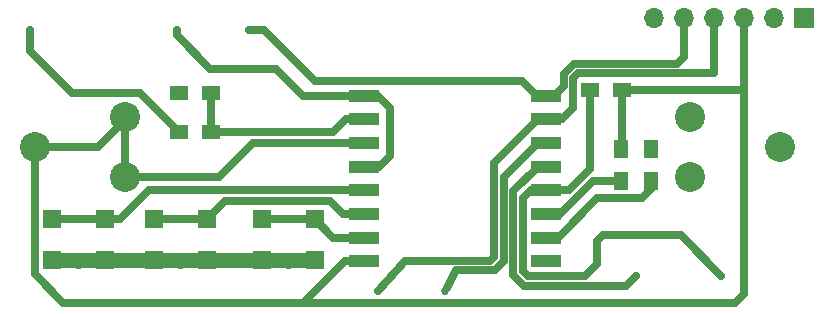
<source format=gtl>
G04 #@! TF.FileFunction,Copper,L1,Top,Signal*
%FSLAX46Y46*%
G04 Gerber Fmt 4.6, Leading zero omitted, Abs format (unit mm)*
G04 Created by KiCad (PCBNEW 4.0.6) date Mon Aug 21 13:19:59 2017*
%MOMM*%
%LPD*%
G01*
G04 APERTURE LIST*
%ADD10C,0.100000*%
%ADD11R,2.500000X1.100000*%
%ADD12R,1.500000X1.500000*%
%ADD13R,1.700000X1.700000*%
%ADD14O,1.700000X1.700000*%
%ADD15R,1.500000X1.300000*%
%ADD16R,1.300000X1.500000*%
%ADD17C,2.540000*%
%ADD18C,0.685800*%
%ADD19C,0.635000*%
%ADD20C,1.270000*%
G04 APERTURE END LIST*
D10*
D11*
X184212000Y-35052000D03*
X184212000Y-37052000D03*
X184212000Y-39052000D03*
X184212000Y-41052000D03*
X184212000Y-43052000D03*
X184212000Y-45052000D03*
X184212000Y-47052000D03*
X184212000Y-49052000D03*
X199612000Y-49052000D03*
X199612000Y-47052000D03*
X199612000Y-45052000D03*
X199612000Y-43052000D03*
X199612000Y-41052000D03*
X199612000Y-39052000D03*
X199612000Y-37052000D03*
X199612000Y-35052000D03*
D12*
X170881000Y-48994000D03*
X166431000Y-48994000D03*
X170881000Y-45494000D03*
X166431000Y-45494000D03*
X162245000Y-48994000D03*
X157795000Y-48994000D03*
X162245000Y-45494000D03*
X157795000Y-45494000D03*
X180025000Y-48994000D03*
X175575000Y-48994000D03*
X180025000Y-45494000D03*
X175575000Y-45494000D03*
D13*
X221488000Y-28448000D03*
D14*
X218948000Y-28448000D03*
X216408000Y-28448000D03*
X213868000Y-28448000D03*
X211328000Y-28448000D03*
X208788000Y-28448000D03*
D15*
X171276000Y-38100000D03*
X168576000Y-38100000D03*
X171276000Y-34798000D03*
X168576000Y-34798000D03*
D16*
X205994000Y-39544000D03*
X205994000Y-42244000D03*
D15*
X203374000Y-34544000D03*
X206074000Y-34544000D03*
D16*
X208534000Y-42244000D03*
X208534000Y-39544000D03*
D17*
X156340000Y-39370000D03*
X163960000Y-41910000D03*
X163960000Y-36830000D03*
X219460000Y-39370000D03*
X211840000Y-36830000D03*
X211840000Y-41910000D03*
D18*
X198882000Y-49022000D03*
X168402000Y-34798000D03*
X177800000Y-49022000D03*
X168656000Y-49022000D03*
X160020000Y-49022000D03*
X208534000Y-39370000D03*
X155956000Y-29464000D03*
X168354000Y-29464000D03*
X185420000Y-51562000D03*
X174498000Y-29464000D03*
X191096000Y-51566000D03*
X207264000Y-50292000D03*
X214424000Y-50292000D03*
D19*
X163960000Y-41910000D02*
X171958000Y-41910000D01*
X171958000Y-41910000D02*
X174816000Y-39052000D01*
X174816000Y-39052000D02*
X184912000Y-39052000D01*
X184912000Y-49052000D02*
X182596000Y-49052000D01*
X182596000Y-49052000D02*
X179070000Y-52578000D01*
X206074000Y-34544000D02*
X216408000Y-34544000D01*
X216408000Y-34544000D02*
X216408000Y-34214000D01*
X156340000Y-39370000D02*
X156340000Y-50168000D01*
X216408000Y-36068000D02*
X216408000Y-34214000D01*
X156340000Y-50168000D02*
X158750000Y-52578000D01*
X158750000Y-52578000D02*
X179070000Y-52578000D01*
X179070000Y-52578000D02*
X215646000Y-52578000D01*
X215646000Y-52578000D02*
X216408000Y-51816000D01*
X216408000Y-51816000D02*
X216408000Y-36068000D01*
X216408000Y-34214000D02*
X216408000Y-28448000D01*
X206074000Y-34544000D02*
X206074000Y-39464000D01*
X206074000Y-39464000D02*
X205994000Y-39544000D01*
X156340000Y-39370000D02*
X156340000Y-39748000D01*
X156340000Y-39370000D02*
X161674000Y-39370000D01*
X161674000Y-39370000D02*
X163960000Y-37084000D01*
X163960000Y-37084000D02*
X163960000Y-41910000D01*
D20*
X180025000Y-48994000D02*
X177828000Y-48994000D01*
X177772000Y-48994000D02*
X177800000Y-49022000D01*
X177772000Y-48994000D02*
X175575000Y-48994000D01*
X177828000Y-48994000D02*
X177800000Y-49022000D01*
X170881000Y-48994000D02*
X175575000Y-48994000D01*
X170881000Y-48994000D02*
X168684000Y-48994000D01*
X168628000Y-48994000D02*
X168656000Y-49022000D01*
X168628000Y-48994000D02*
X166431000Y-48994000D01*
X168684000Y-48994000D02*
X168656000Y-49022000D01*
X162245000Y-48994000D02*
X166431000Y-48994000D01*
X162245000Y-48994000D02*
X160048000Y-48994000D01*
X159992000Y-48994000D02*
X157795000Y-48994000D01*
X159992000Y-48994000D02*
X160020000Y-49022000D01*
X160048000Y-48994000D02*
X160020000Y-49022000D01*
D19*
X184912000Y-45052000D02*
X182466000Y-45052000D01*
X172433000Y-43942000D02*
X170881000Y-45494000D01*
X181356000Y-43942000D02*
X172433000Y-43942000D01*
X182466000Y-45052000D02*
X181356000Y-43942000D01*
X166431000Y-45494000D02*
X170881000Y-45494000D01*
X162245000Y-45494000D02*
X163548000Y-45494000D01*
X165990000Y-43052000D02*
X184912000Y-43052000D01*
X163548000Y-45494000D02*
X165990000Y-43052000D01*
X157795000Y-45494000D02*
X162245000Y-45494000D01*
X175575000Y-45494000D02*
X180025000Y-45494000D01*
X180025000Y-45494000D02*
X181583000Y-47052000D01*
X181583000Y-47052000D02*
X184912000Y-47052000D01*
X168576000Y-38100000D02*
X165274000Y-34798000D01*
X159512000Y-34798000D02*
X165274000Y-34798000D01*
X155956000Y-31242000D02*
X159512000Y-34798000D01*
X155956000Y-31242000D02*
X155956000Y-29464000D01*
X184912000Y-35052000D02*
X181864000Y-35052000D01*
X179578000Y-35052000D02*
X181864000Y-35052000D01*
X179070000Y-35052000D02*
X179578000Y-35052000D01*
X176784000Y-32766000D02*
X179070000Y-35052000D01*
X171196000Y-32766000D02*
X176784000Y-32766000D01*
X168354000Y-29924000D02*
X171196000Y-32766000D01*
X168354000Y-29924000D02*
X168354000Y-29464000D01*
X184912000Y-41052000D02*
X185516000Y-41052000D01*
X186436000Y-36068000D02*
X185420000Y-35052000D01*
X186436000Y-40132000D02*
X186436000Y-36068000D01*
X185516000Y-41052000D02*
X186436000Y-40132000D01*
X185420000Y-35052000D02*
X184912000Y-35052000D01*
X198912000Y-37052000D02*
X195220000Y-40744000D01*
X195220000Y-48680000D02*
X195220000Y-40744000D01*
X194890000Y-49010000D02*
X195220000Y-48680000D01*
X187718000Y-49010000D02*
X194890000Y-49010000D01*
X187718000Y-49010000D02*
X185420000Y-51562000D01*
X198912000Y-37052000D02*
X198660000Y-37052000D01*
X213868000Y-28448000D02*
X213868000Y-33147000D01*
X213868000Y-33147000D02*
X213868000Y-33020000D01*
X213868000Y-33020000D02*
X213868000Y-33147000D01*
X198912000Y-37052000D02*
X200946000Y-37052000D01*
X202311000Y-33147000D02*
X213868000Y-33147000D01*
X201930000Y-33528000D02*
X202311000Y-33147000D01*
X201930000Y-36068000D02*
X201930000Y-33528000D01*
X200946000Y-37052000D02*
X201930000Y-36068000D01*
X198882000Y-35052000D02*
X197612000Y-33782000D01*
X180086000Y-33782000D02*
X197612000Y-33782000D01*
X175768000Y-29464000D02*
X180086000Y-33782000D01*
X175768000Y-29464000D02*
X174498000Y-29464000D01*
X198912000Y-35052000D02*
X200279000Y-35052000D01*
X200279000Y-35052000D02*
X201142598Y-34188402D01*
X211328000Y-31750000D02*
X211328000Y-28448000D01*
X210718402Y-32359598D02*
X211328000Y-31750000D01*
X201955402Y-32359598D02*
X210718402Y-32359598D01*
X201142598Y-33172402D02*
X201955402Y-32359598D01*
X201142598Y-34188402D02*
X201142598Y-33172402D01*
X198912000Y-35052000D02*
X199771000Y-35052000D01*
X198912000Y-35052000D02*
X199898000Y-35052000D01*
X198882000Y-35052000D02*
X198912000Y-35052000D01*
X198912000Y-39052000D02*
X196020000Y-41944000D01*
X196020000Y-49080000D02*
X196020000Y-41944000D01*
X195290000Y-49810000D02*
X196020000Y-49080000D01*
X191998000Y-49810000D02*
X195290000Y-49810000D01*
X191998000Y-49810000D02*
X191262000Y-51308000D01*
X198912000Y-41052000D02*
X196840000Y-43124000D01*
X196840000Y-50230000D02*
X196840000Y-43124000D01*
X197740000Y-51130000D02*
X196840000Y-50230000D01*
X206426000Y-51130000D02*
X197740000Y-51130000D01*
X206426000Y-51130000D02*
X207264000Y-50292000D01*
X198912000Y-43052000D02*
X198308000Y-43052000D01*
X197650000Y-43710000D02*
X198308000Y-43052000D01*
X197650000Y-49900000D02*
X197650000Y-43710000D01*
X198060000Y-50310000D02*
X197650000Y-49900000D01*
X202940000Y-50310000D02*
X198060000Y-50310000D01*
X203970000Y-49280000D02*
X202940000Y-50310000D01*
X203970000Y-47390000D02*
X203970000Y-49280000D01*
X204480000Y-46880000D02*
X203970000Y-47390000D01*
X211012000Y-46880000D02*
X204480000Y-46880000D01*
X211012000Y-46880000D02*
X214424000Y-50292000D01*
X198912000Y-43052000D02*
X201550000Y-43052000D01*
X203374000Y-41228000D02*
X203374000Y-34544000D01*
X201550000Y-43052000D02*
X203374000Y-41228000D01*
X171276000Y-38100000D02*
X181610000Y-38100000D01*
X181610000Y-38100000D02*
X182658000Y-37052000D01*
X182658000Y-37052000D02*
X184912000Y-37052000D01*
X171276000Y-34798000D02*
X171276000Y-38100000D01*
X205994000Y-42244000D02*
X203628000Y-42244000D01*
X203628000Y-42244000D02*
X200820000Y-45052000D01*
X200820000Y-45052000D02*
X198912000Y-45052000D01*
X208534000Y-42244000D02*
X208534000Y-42926000D01*
X208534000Y-42926000D02*
X207772000Y-43688000D01*
X207772000Y-43688000D02*
X203962000Y-43688000D01*
X203962000Y-43688000D02*
X200598000Y-47052000D01*
X200598000Y-47052000D02*
X198912000Y-47052000D01*
M02*

</source>
